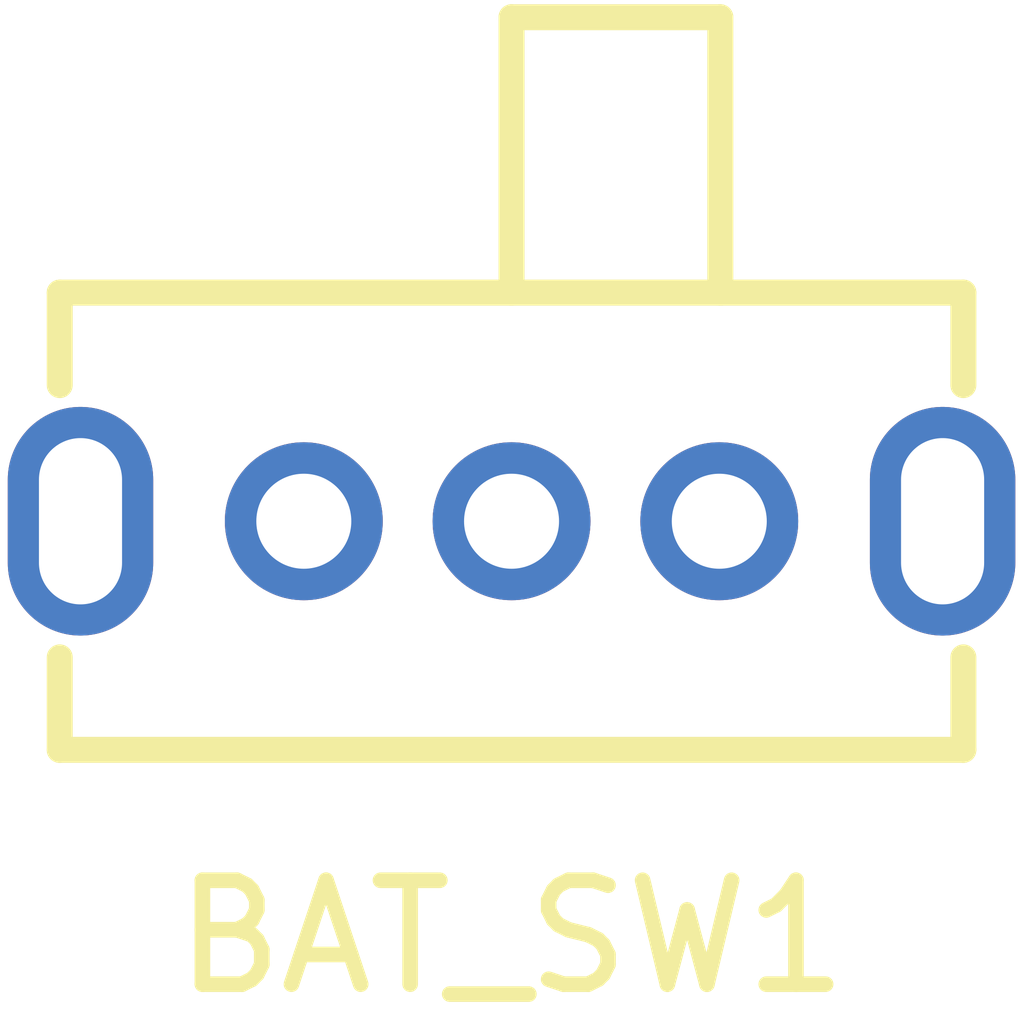
<source format=kicad_pcb>
(kicad_pcb (version 20241229) (generator "pcbnew") (generator_version "9.0")
  (layers (0 "F.Cu" signal) (2 "B.Cu" signal) (13 "F.Paste" user) (15 "B.Paste" user) (5 "F.SilkS" user "F.Silkscreen") (7 "B.SilkS" user "B.Silkscreen") (1 "F.Mask" user) (3 "B.Mask" user) (25 "Edge.Cuts" user))
  (net 0 "")
  (net 1 "GND")
  (net 3 "VBAT")
  (net 4 "VSYS")
  (footprint "ErgoCai.pretty:SW-TH_SK12D07VG4" (layer "F.Cu") (at 0 0 180)
    (property "Reference" "BAT_SW1" (at 0 -4 180) (layer "F.SilkS"))
    (property "Value" "~")
    (fp_line (start 4.35 2.2) (end -4.35 2.2) (stroke (width 0.25)) (layer "F.SilkS"))
    (fp_line (start 4.35 1.31) (end 4.35 2.2) (stroke (width 0.25)) (layer "F.SilkS"))
    (fp_line (start 4.35 -2.2) (end 4.35 -1.31) (stroke (width 0.25)) (layer "F.SilkS"))
    (fp_line (start 0 4.85) (end 0 2.2) (stroke (width 0.25)) (layer "F.SilkS"))
    (fp_line (start -2.01 4.85) (end 0 4.85) (stroke (width 0.25)) (layer "F.SilkS"))
    (fp_line (start -2.01 2.2) (end -2.01 4.85) (stroke (width 0.25)) (layer "F.SilkS"))
    (fp_line (start -4.35 2.2) (end -4.35 1.31) (stroke (width 0.25)) (layer "F.SilkS"))
    (fp_line (start -4.35 -1.31) (end -4.35 -2.2) (stroke (width 0.25)) (layer "F.SilkS"))
    (fp_line (start -4.35 -2.2) (end 4.35 -2.2) (stroke (width 0.25)) (layer "F.SilkS"))
    (pad "1" thru_hole circle (at -2 0 180) (size 1.52 1.52) (drill 0.9144) (layers "*.Cu" "*.Mask"))
    (pad "2" thru_hole circle (at 0 0 180) (size 1.52 1.52) (drill 0.9144) (layers "*.Cu" "*.Mask") (net 3 "VBAT"))
    (pad "3" thru_hole circle (at 2 0 180) (size 1.52 1.52) (drill 0.9144) (layers "*.Cu" "*.Mask") (net 4 "VSYS"))
    (pad "4" thru_hole oval (at 4.15 0 180) (size 1.4 2.2) (drill oval 0.799998 1.599997) (layers "*.Cu" "*.Mask") (net 1 "GND"))
    (pad "5" thru_hole oval (at -4.15 0 180) (size 1.4 2.2) (drill oval 0.799998 1.599997) (layers "*.Cu" "*.Mask") (net 1 "GND"))
  )
)
</source>
